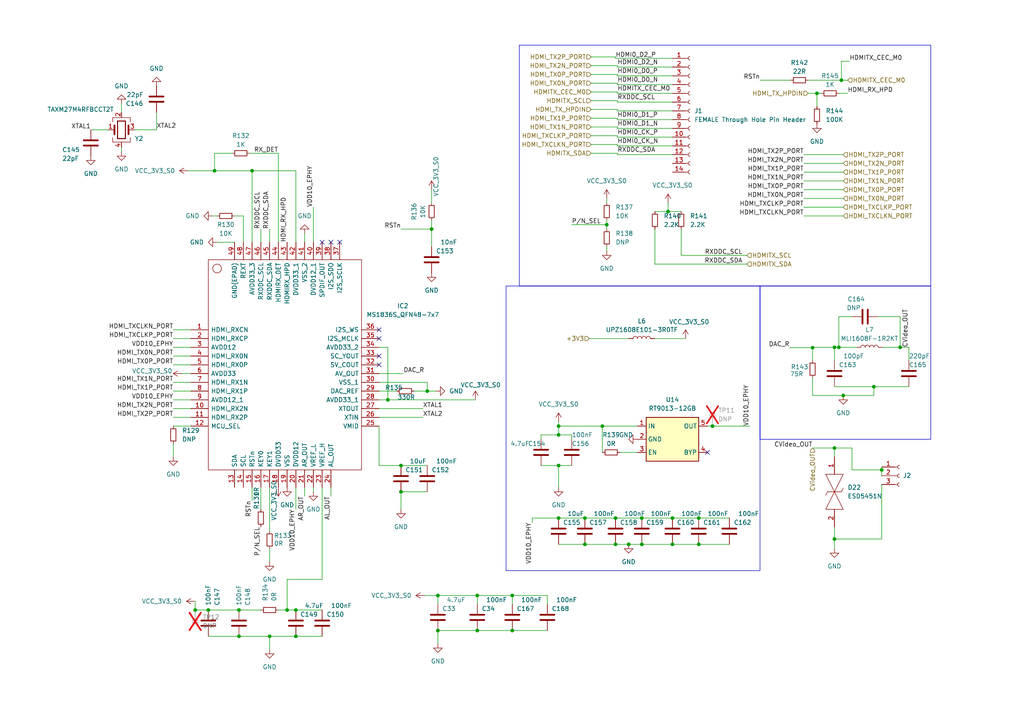
<source format=kicad_sch>
(kicad_sch (version 20231120) (generator "eeschema") (generator_version "8.0")
  (paper "A4")
  (junction (at 253.4574 112.1637))
  (junction (at 127 172.72))
  (junction (at 116.2974 142.6437))
  (junction (at 202.6574 157.8837))
  (junction (at 169.6374 150.2637))
  (junction (at 175.9874 65.1737))
  (junction (at 244.0487 23.2637))
  (junction (at 123.9174 113.4337))
  (junction (at 206.6461 123.5937))
  (junction (at 73.1174 49.53))
  (junction (at 261.0774 100.7337))
  (junction (at 195.0374 157.8837))
  (junction (at 148.59 172.72))
  (junction (at 235.6774 100.8488))
  (junction (at 186.1474 150.2637))
  (junction (at 125.1874 66.4437))
  (junction (at 178.5274 157.8837))
  (junction (at 202.6574 150.2637))
  (junction (at 138.43 172.72))
  (junction (at 148.59 182.88))
  (junction (at 60.4174 176.9337))
  (junction (at 138.43 182.88))
  (junction (at 178.5274 150.2637))
  (junction (at 242.0274 156.3403))
  (junction (at 255.7436 136.2937))
  (junction (at 186.1474 157.8837))
  (junction (at 83.2774 176.9337))
  (junction (at 127 182.88))
  (junction (at 162.0174 126.1337))
  (junction (at 85.8174 184.5537))
  (junction (at 169.6374 157.8837))
  (junction (at 69.3074 184.5537))
  (junction (at 162.0174 123.5937))
  (junction (at 244.5674 114.7037))
  (junction (at 242.0274 129.9437))
  (junction (at 243.2974 100.7337))
  (junction (at 78.1974 184.5537))
  (junction (at 112.4874 115.9737))
  (junction (at 236.9474 27.0737))
  (junction (at 162.0174 150.2637))
  (junction (at 56.6074 176.9337))
  (junction (at 242.0274 100.7337))
  (junction (at 62.23 49.53))
  (junction (at 193.7674 61.3637))
  (junction (at 162.0174 135.0237))
  (junction (at 174.7174 123.5937))
  (junction (at 85.8174 176.9337))
  (junction (at 116.2974 135.0237))
  (junction (at 69.3074 176.9337))
  (junction (at 182.3374 157.8837))
  (junction (at 195.0374 150.2637))
  (no_connect (at 109.9474 98.1937))
  (no_connect (at 98.5174 70.2537))
  (no_connect (at 205.1974 131.2137))
  (no_connect (at 109.9474 95.6537))
  (no_connect (at 109.9474 105.8137))
  (no_connect (at 109.9474 103.2737))
  (no_connect (at 95.9774 70.2537))
  (no_connect (at 93.4374 70.2537))
  (wire (pts (xy 169.6374 157.8837) (xy 178.5274 157.8837)))
  (wire (pts (xy 50.2574 118.5137) (xy 55.3374 118.5137)))
  (wire (pts (xy 195.0374 32.1537) (xy 179.07 32.1537)))
  (wire (pts (xy 138.43 182.88) (xy 127 182.88)))
  (wire (pts (xy 195.0374 29.6137) (xy 179.07 29.6137)))
  (wire (pts (xy 233.1374 57.5537) (xy 244.5674 57.5537)))
  (wire (pts (xy 148.59 172.72) (xy 138.43 172.72)))
  (wire (pts (xy 244.0487 23.2637) (xy 245.8374 23.2637)))
  (wire (pts (xy 169.6374 150.2637) (xy 178.5274 150.2637)))
  (wire (pts (xy 195.0374 42.3137) (xy 179.07 42.3137)))
  (wire (pts (xy 235.6774 114.7037) (xy 235.6774 109.6237)))
  (wire (pts (xy 122.6474 121.0537) (xy 109.9474 121.0537)))
  (wire (pts (xy 174.7174 123.5937) (xy 174.7174 131.2137)))
  (wire (pts (xy 158.75 175.26) (xy 158.75 172.72)))
  (wire (pts (xy 137.8874 115.9737) (xy 112.4874 115.9737)))
  (wire (pts (xy 61.6874 62.6337) (xy 62.9574 62.6337)))
  (wire (pts (xy 179.7974 131.2137) (xy 184.8774 131.2137)))
  (wire (pts (xy 175.9874 65.1737) (xy 175.9874 63.9037)))
  (wire (pts (xy 126.4574 113.4337) (xy 123.9174 113.4337)))
  (wire (pts (xy 120.1074 113.4337) (xy 123.9174 113.4337)))
  (wire (pts (xy 85.8174 176.9337) (xy 83.2774 176.9337)))
  (wire (pts (xy 156.9374 135.0237) (xy 162.0174 135.0237)))
  (wire (pts (xy 62.23 44.45) (xy 62.23 49.53)))
  (wire (pts (xy 39.045 37.6506) (xy 45.395 37.6506)))
  (wire (pts (xy 165.8274 65.1737) (xy 175.9874 65.1737)))
  (wire (pts (xy 179.07 21.9937) (xy 179.07 21.59)))
  (wire (pts (xy 75.6574 147.7237) (xy 75.6574 141.3737)))
  (wire (pts (xy 179.07 37.2337) (xy 179.07 36.83)))
  (wire (pts (xy 209.55 123.5971) (xy 209.55 123.5937)))
  (wire (pts (xy 148.59 182.88) (xy 138.43 182.88)))
  (wire (pts (xy 263.6174 100.7337) (xy 263.6174 104.5437)))
  (wire (pts (xy 109.9474 100.7337) (xy 112.4874 100.7337)))
  (wire (pts (xy 60.4174 176.9337) (xy 56.6074 176.9337)))
  (wire (pts (xy 88.3574 67.7137) (xy 88.3574 70.2537)))
  (wire (pts (xy 235.6774 129.9437) (xy 242.0274 129.9437)))
  (wire (pts (xy 50.2574 113.4337) (xy 55.3374 113.4337)))
  (wire (pts (xy 235.6774 104.5437) (xy 235.6774 100.8488)))
  (wire (pts (xy 195.0374 19.4537) (xy 179.07 19.4537)))
  (wire (pts (xy 83.2774 176.9337) (xy 80.7374 176.9337)))
  (wire (pts (xy 255.7436 136.2937) (xy 255.7436 137.9873)))
  (wire (pts (xy 193.7674 61.3637) (xy 197.5774 61.3637)))
  (wire (pts (xy 243.2974 91.8437) (xy 243.2974 100.7337)))
  (wire (pts (xy 195.0374 24.5337) (xy 179.07 24.5337)))
  (wire (pts (xy 202.6574 150.2637) (xy 211.5474 150.2637)))
  (wire (pts (xy 116.2974 142.6437) (xy 123.9174 142.6437)))
  (wire (pts (xy 69.3074 184.5537) (xy 78.1974 184.5537)))
  (wire (pts (xy 69.3074 176.9337) (xy 60.4174 176.9337)))
  (wire (pts (xy 244.5674 114.7037) (xy 253.4574 114.7037)))
  (wire (pts (xy 116.2974 147.7237) (xy 116.2974 142.6437)))
  (wire (pts (xy 156.9374 126.1337) (xy 162.0174 126.1337)))
  (wire (pts (xy 112.4874 115.9737) (xy 109.9474 115.9737)))
  (wire (pts (xy 138.43 172.72) (xy 127 172.72)))
  (wire (pts (xy 50.2574 95.6537) (xy 55.3374 95.6537)))
  (wire (pts (xy 70.5774 62.6337) (xy 68.0374 62.6337)))
  (wire (pts (xy 233.1374 49.9337) (xy 244.5674 49.9337)))
  (wire (pts (xy 247.1074 136.2937) (xy 247.1074 129.9437)))
  (wire (pts (xy 62.23 49.53) (xy 73.1174 49.53)))
  (wire (pts (xy 162.0174 126.1337) (xy 165.8274 126.1337)))
  (wire (pts (xy 193.7674 58.8237) (xy 193.7674 61.3637)))
  (wire (pts (xy 138.43 175.26) (xy 138.43 172.72)))
  (wire (pts (xy 233.1374 62.6337) (xy 244.5674 62.6337)))
  (wire (pts (xy 246.38 17.78) (xy 244.0487 17.78)))
  (wire (pts (xy 171.45 21.59) (xy 179.07 21.59)))
  (wire (pts (xy 50.2574 123.5937) (xy 55.3374 123.5937)))
  (wire (pts (xy 179.07 19.4537) (xy 179.07 19.05)))
  (wire (pts (xy 50.2574 100.7337) (xy 55.3374 100.7337)))
  (wire (pts (xy 165.8274 126.1337) (xy 165.8274 127.4037)))
  (wire (pts (xy 50.2574 121.0537) (xy 55.3374 121.0537)))
  (wire (pts (xy 45.395 32.5706) (xy 45.395 37.6506)))
  (wire (pts (xy 255.7436 140.5273) (xy 255.7436 156.3403)))
  (wire (pts (xy 123.9174 110.8937) (xy 123.9174 113.4337)))
  (wire (pts (xy 125.1874 71.5237) (xy 125.1874 66.4437)))
  (wire (pts (xy 255.9974 100.7337) (xy 261.0774 100.7337)))
  (wire (pts (xy 186.1474 150.2637) (xy 195.0374 150.2637)))
  (wire (pts (xy 85.8174 184.5537) (xy 93.4374 184.5537)))
  (wire (pts (xy 50.2574 115.9737) (xy 55.3374 115.9737)))
  (wire (pts (xy 195.0374 39.7737) (xy 179.07 39.7737)))
  (wire (pts (xy 75.6574 66.4437) (xy 75.6574 70.2537)))
  (wire (pts (xy 174.7174 123.5937) (xy 184.8774 123.5937)))
  (wire (pts (xy 243.2974 100.7337) (xy 242.0274 100.7337)))
  (wire (pts (xy 195.0374 21.9937) (xy 179.07 21.9937)))
  (wire (pts (xy 179.07 27.0737) (xy 179.07 26.67)))
  (wire (pts (xy 78.1974 66.4437) (xy 78.1974 70.2537)))
  (wire (pts (xy 112.4874 100.7337) (xy 112.4874 115.9737)))
  (wire (pts (xy 162.0174 157.8837) (xy 169.6374 157.8837)))
  (wire (pts (xy 261.0774 91.8437) (xy 254.7274 91.8437)))
  (wire (pts (xy 242.0274 152.8037) (xy 242.0274 156.3403)))
  (wire (pts (xy 35.235 30.0306) (xy 35.235 32.5706)))
  (wire (pts (xy 78.1974 159.1537) (xy 78.1974 162.9637)))
  (wire (pts (xy 171.45 19.05) (xy 179.07 19.05)))
  (wire (pts (xy 178.5274 157.8837) (xy 182.3374 157.8837)))
  (wire (pts (xy 122.6474 118.5137) (xy 109.9474 118.5137)))
  (wire (pts (xy 90.8974 60.0937) (xy 90.8974 70.2537)))
  (wire (pts (xy 255.7436 135.4473) (xy 255.7436 136.2937)))
  (wire (pts (xy 62.23 44.45) (xy 67.31 44.45)))
  (wire (pts (xy 195.0374 150.2637) (xy 202.6574 150.2637)))
  (wire (pts (xy 236.9474 27.0737) (xy 238.2174 27.0737)))
  (wire (pts (xy 154.3974 151.5337) (xy 154.3974 150.2637)))
  (wire (pts (xy 162.0174 122.3237) (xy 162.0174 123.5937)))
  (wire (pts (xy 253.4574 112.1637) (xy 253.4574 114.7037)))
  (wire (pts (xy 156.9374 127.4037) (xy 156.9374 126.1337)))
  (wire (pts (xy 78.1974 154.0737) (xy 78.1974 141.3737)))
  (wire (pts (xy 78.1974 184.5537) (xy 85.8174 184.5537)))
  (wire (pts (xy 115.0274 113.4337) (xy 109.9474 113.4337)))
  (wire (pts (xy 88.3574 143.9137) (xy 88.3574 141.3737)))
  (wire (pts (xy 171.45 16.51) (xy 178.5274 16.51)))
  (wire (pts (xy 162.0174 123.5937) (xy 174.7174 123.5937)))
  (wire (pts (xy 72.39 44.45) (xy 80.7374 44.45)))
  (wire (pts (xy 62.23 49.53) (xy 54.61 49.53)))
  (wire (pts (xy 123.19 172.72) (xy 127 172.72)))
  (wire (pts (xy 233.1374 52.4737) (xy 244.5674 52.4737)))
  (wire (pts (xy 247.1074 136.2937) (xy 255.7436 136.2937)))
  (wire (pts (xy 261.0774 100.7337) (xy 263.6174 100.7337)))
  (wire (pts (xy 50.2574 98.1937) (xy 55.3374 98.1937)))
  (wire (pts (xy 234.4074 27.0737) (xy 236.9474 27.0737)))
  (wire (pts (xy 171.45 26.67) (xy 179.07 26.67)))
  (wire (pts (xy 93.4374 141.3737) (xy 93.4374 168.0437)))
  (wire (pts (xy 209.55 123.5937) (xy 206.6461 123.5937)))
  (wire (pts (xy 202.6574 157.8837) (xy 211.5474 157.8837)))
  (wire (pts (xy 242.0274 156.3403) (xy 242.0274 159.1537)))
  (wire (pts (xy 189.9574 61.3637) (xy 193.7674 61.3637)))
  (wire (pts (xy 93.4374 168.0437) (xy 83.2774 168.0437)))
  (wire (pts (xy 117.0066 108.3625) (xy 115.824 108.3625)))
  (wire (pts (xy 127 172.72) (xy 127 175.26)))
  (wire (pts (xy 242.0274 112.1637) (xy 253.4574 112.1637)))
  (wire (pts (xy 179.07 44.8537) (xy 179.07 44.45)))
  (wire (pts (xy 123.9174 135.0237) (xy 116.2974 135.0237)))
  (wire (pts (xy 248.3774 100.7337) (xy 243.2974 100.7337)))
  (wire (pts (xy 70.5774 62.6337) (xy 70.5774 70.2537)))
  (wire (pts (xy 242.0274 129.9437) (xy 242.0274 132.4837)))
  (wire (pts (xy 171.45 36.83) (xy 179.07 36.83)))
  (wire (pts (xy 178.5274 150.2637) (xy 186.1474 150.2637)))
  (wire (pts (xy 50.2574 103.2737) (xy 55.3374 103.2737)))
  (wire (pts (xy 83.2774 168.0437) (xy 83.2774 176.9337)))
  (wire (pts (xy 179.07 34.6937) (xy 179.07 34.29)))
  (wire (pts (xy 50.2574 132.4837) (xy 50.2574 128.6737)))
  (wire (pts (xy 171.45 31.75) (xy 179.07 31.75)))
  (wire (pts (xy 189.9574 76.6037) (xy 216.6274 76.6037)))
  (wire (pts (xy 170.9074 98.1937) (xy 182.3374 98.1937)))
  (wire (pts (xy 85.8174 49.53) (xy 85.8174 70.2537)))
  (wire (pts (xy 171.45 44.45) (xy 179.07 44.45)))
  (wire (pts (xy 195.0374 157.8837) (xy 202.6574 157.8837)))
  (wire (pts (xy 247.1074 129.9437) (xy 242.0274 129.9437)))
  (wire (pts (xy 236.9474 30.8837) (xy 236.9474 27.0737)))
  (wire (pts (xy 95.9774 143.9137) (xy 95.9774 141.3737)))
  (wire (pts (xy 175.9874 72.7937) (xy 175.9874 71.5237)))
  (wire (pts (xy 62.9574 70.2537) (xy 68.0374 70.2537)))
  (wire (pts (xy 179.07 42.3137) (xy 179.07 41.91)))
  (wire (pts (xy 195.0374 34.6937) (xy 179.07 34.6937)))
  (wire (pts (xy 234.4074 23.2637) (xy 244.0487 23.2637)))
  (wire (pts (xy 73.1174 49.53) (xy 73.1174 70.2537)))
  (wire (pts (xy 148.59 175.26) (xy 148.59 172.72)))
  (wire (pts (xy 171.45 34.29) (xy 179.07 34.29)))
  (wire (pts (xy 26.345 37.6506) (xy 31.425 37.6506)))
  (wire (pts (xy 115.824 108.3625) (xy 115.824 108.3537)))
  (wire (pts (xy 115.824 108.3537) (xy 109.9474 108.3537)))
  (wire (pts (xy 197.5774 74.0637) (xy 216.6274 74.0637)))
  (wire (pts (xy 189.9574 66.4437) (xy 189.9574 76.6037)))
  (wire (pts (xy 235.6774 100.7337) (xy 242.0274 100.7337)))
  (wire (pts (xy 35.235 44.0006) (xy 35.235 42.7306)))
  (wire (pts (xy 261.0774 91.8437) (xy 261.0774 100.7337)))
  (wire (pts (xy 158.75 172.72) (xy 148.59 172.72)))
  (wire (pts (xy 75.6574 176.9337) (xy 69.3074 176.9337)))
  (wire (pts (xy 233.1374 47.3937) (xy 244.5674 47.3937)))
  (wire (pts (xy 56.6074 176.9337) (xy 56.6074 174.3937)))
  (wire (pts (xy 243.2974 91.8437) (xy 247.1074 91.8437)))
  (wire (pts (xy 233.1374 55.0137) (xy 244.5674 55.0137)))
  (wire (pts (xy 233.1374 60.0937) (xy 244.5674 60.0937)))
  (wire (pts (xy 125.1874 66.4437) (xy 125.1874 63.9037)))
  (wire (pts (xy 206.6461 123.5937) (xy 205.1974 123.5937)))
  (wire (pts (xy 195.0374 37.2337) (xy 179.07 37.2337)))
  (wire (pts (xy 171.45 29.21) (xy 179.07 29.21)))
  (wire (pts (xy 109.9474 110.8937) (xy 123.9174 110.8937)))
  (wire (pts (xy 242.0274 156.3403) (xy 255.7436 156.3403)))
  (wire (pts (xy 197.5774 66.4437) (xy 197.5774 74.0637)))
  (wire (pts (xy 235.6774 100.8488) (xy 235.6774 100.7337)))
  (wire (pts (xy 175.9874 58.8237) (xy 175.9874 57.5537)))
  (wire (pts (xy 195.0374 27.0737) (xy 179.07 27.0737)))
  (wire (pts (xy 90.8974 142.6437) (xy 90.8974 141.3737)))
  (wire (pts (xy 179.07 29.6137) (xy 179.07 29.21)))
  (wire (pts (xy 178.5274 16.9137) (xy 195.0374 16.9137)))
  (wire (pts (xy 116.2974 66.4437) (xy 125.1874 66.4437)))
  (wire (pts (xy 80.7374 44.45) (xy 80.7374 70.2537)))
  (wire (pts (xy 60.4174 184.5537) (xy 69.3074 184.5537)))
  (wire (pts (xy 179.07 39.7737) (xy 179.07 39.37)))
  (wire (pts (xy 78.1974 188.3637) (xy 78.1974 184.5537)))
  (wire (pts (xy 162.0174 135.0237) (xy 165.8274 135.0237)))
  (wire (pts (xy 171.45 39.37) (xy 179.07 39.37)))
  (wire (pts (xy 116.2974 135.0237) (xy 109.9474 135.0237)))
  (wire (pts (xy 109.9474 135.0237) (xy 109.9474 123.5937)))
  (wire (pts (xy 73.1174 49.53) (xy 85.8174 49.53)))
  (wire (pts (xy 195.0374 44.8537) (xy 179.07 44.8537)))
  (wire (pts (xy 182.3374 157.8837) (xy 186.1474 157.8837)))
  (wire (pts (xy 93.4374 176.9337) (xy 85.8174 176.9337)))
  (wire (pts (xy 189.9574 98.1937) (xy 198.8474 98.1937)))
  (wire (pts (xy 242.0274 100.7337) (xy 242.0274 104.5437)))
  (wire (pts (xy 50.2574 105.8137) (xy 55.3374 105.8137)))
  (wire (pts (xy 158.75 182.88) (xy 148.59 182.88)))
  (wire (pts (xy 162.0174 123.5937) (xy 162.0174 126.1337)))
  (wire (pts (xy 178.5274 16.51) (xy 178.5274 16.9137)))
  (wire (pts (xy 243.2974 27.0737) (xy 245.8374 27.0737)))
  (wire (pts (xy 73.1174 145.1837) (xy 73.1174 141.3737)))
  (wire (pts (xy 186.1474 157.8837) (xy 195.0374 157.8837)))
  (wire (pts (xy 233.1374 44.8537) (xy 244.5674 44.8537)))
  (wire (pts (xy 50.2574 110.8937) (xy 55.3374 110.8937)))
  (wire (pts (xy 175.9874 66.4437) (xy 175.9874 65.1737)))
  (wire (pts (xy 125.1874 58.8237) (xy 125.1874 55.0137)))
  (wire (pts (xy 52.7974 108.3537) (xy 55.3374 108.3537)))
  (wire (pts (xy 162.0174 135.0237) (xy 162.0174 141.3737)))
  (wire (pts (xy 171.45 41.91) (xy 179.07 41.91)))
  (wire (pts (xy 179.07 32.1537) (xy 179.07 31.75)))
  (wire (pts (xy 85.8174 147.7237) (xy 85.8174 141.3737)))
  (wire (pts (xy 253.4574 112.1637) (xy 263.6174 112.1637)))
  (wire (pts (xy 244.0487 17.78) (xy 244.0487 23.2637)))
  (wire (pts (xy 235.6774 114.7037) (xy 244.5674 114.7037)))
  (wire (pts (xy 220.4374 23.2637) (xy 229.3274 23.2637)))
  (wire (pts (xy 127 182.88) (xy 127 186.69)))
  (wire (pts (xy 171.45 24.13) (xy 179.07 24.13)))
  (wire (pts (xy 179.07 24.5337) (xy 179.07 24.13)))
  (wire (pts (xy 235.6774 100.8488) (xy 229.0122 100.8488)))
  (wire (pts (xy 217.4517 123.5971) (xy 209.55 123.5971)))
  (wire (pts (xy 162.0174 150.2637) (xy 169.6374 150.2637)))
  (wire (pts (xy 154.3974 150.2637) (xy 162.0174 150.2637)))
  (rectangle (start 146.7774 82.9537) (end 220.4374 165.5037))
  (rectangle (start 220.4374 82.9537) (end 269.9674 127.4037))
  (rectangle (start 150.622 13.1037) (end 269.9674 82.9537))
  (label "CVideo_OUT" (at 263.6174 100.7337 90))
  (label "HDMI0_CK_N" (at 179.07 41.91 0))
  (label "P{slash}N_SEL" (at 75.6574 152.8037 270))
  (label "XTAL1" (at 26.345 37.6506 180))
  (label "HDMI_TXCLKP_PORT" (at 233.1374 60.0937 180))
  (label "HDMI0_D1_P" (at 179.07 34.29 0))
  (label "HDMI_TXCLKP_PORT" (at 50.2574 98.1937 180))
  (label "HDMITX_CEC_M0" (at 179.07 26.67 0))
  (label "HDMI_TX1P_PORT" (at 50.2574 113.4337 180))
  (label "RSTn" (at 73.1174 145.1837 270))
  (label "HDMI0_D1_N" (at 179.07 36.83 0))
  (label "DAC_R" (at 117.0066 108.3625 0))
  (label "P{slash}N_SEL" (at 165.8274 65.1737 0))
  (label "RXDDC_SDA" (at 179.07 44.45 0))
  (label "RXDDC_SCL" (at 215.3574 74.0637 180))
  (label "HDMI_TX1P_PORT" (at 233.1374 49.9337 180))
  (label "HDMI0_D2_P" (at 178.5274 16.9137 0))
  (label "VDD10_EPHY" (at 85.8174 147.7237 270))
  (label "AL_OUT" (at 95.9774 143.9137 270))
  (label "RSTn" (at 220.4374 23.2637 180))
  (label "HDMI_TX0P_PORT" (at 50.2574 105.8137 180))
  (label "HDMITX_CEC_M0" (at 246.38 17.78 0))
  (label "HDMI0_D2_N" (at 179.07 19.05 0))
  (label "VDD10_EPHY" (at 50.2574 115.9737 180))
  (label "HDMI_TX2N_PORT" (at 233.1374 47.3937 180))
  (label "HDMI0_D0_N" (at 179.07 24.13 0))
  (label "VDD10_EPHY" (at 217.4517 123.5971 90))
  (label "CVideo_OUT" (at 235.6774 129.9437 180))
  (label "HDMI_TX1N_PORT" (at 50.2574 110.8937 180))
  (label "HDMI_TX1N_PORT" (at 233.1374 52.4737 180))
  (label "HDMI_TX0N_PORT" (at 50.2574 103.2737 180))
  (label "HDMI_TX0N_PORT" (at 233.1374 57.5537 180))
  (label "VDD10_EPHY" (at 154.3974 151.5337 270))
  (label "HDMI0_CK_P" (at 179.07 39.37 0))
  (label "HDMI_TX2N_PORT" (at 50.2574 118.5137 180))
  (label "RXDDC_SDA" (at 215.3574 76.6037 180))
  (label "HDMI_TXCLKN_PORT" (at 50.2574 95.6537 180))
  (label "RSTn" (at 116.2974 66.4437 180))
  (label "RXDDC_SDA" (at 78.1974 66.4437 90))
  (label "VDD10_EPHY" (at 90.8974 60.0937 90))
  (label "XTAL2" (at 122.6474 121.0537 0))
  (label "XTAL1" (at 122.6474 118.5137 0))
  (label "HDMI0_D0_P" (at 179.07 21.59 0))
  (label "XTAL2" (at 45.395 37.4969 0))
  (label "HDMI_RX_HPD" (at 245.8374 27.0737 0))
  (label "DAC_R" (at 229.0122 100.8488 180))
  (label "RX_DET" (at 73.66 44.45 0))
  (label "HDMI_RX_HPD" (at 83.2774 70.2537 90))
  (label "HDMI_TX2P_PORT" (at 50.2574 121.0537 180))
  (label "AR_OUT" (at 88.3574 143.9137 270))
  (label "HDMI_TX2P_PORT" (at 233.1374 44.8537 180))
  (label "HDMI_TXCLKN_PORT" (at 233.1374 62.6337 180))
  (label "RXDDC_SCL" (at 179.07 29.21 0))
  (label "VDD10_EPHY" (at 50.2574 100.7337 180))
  (label "HDMI_TX0P_PORT" (at 233.1374 55.0137 180))
  (label "RXDDC_SCL" (at 75.6574 66.4437 90))
  (hierarchical_label "HDMI_TX2N_PORT" (shape input) (at 171.45 19.05 180))
  (hierarchical_label "HDMI_TX1N_PORT" (shape input) (at 171.45 36.83 180))
  (hierarchical_label "HDMI_TX0P_PORT" (shape input) (at 244.5674 55.0137 0))
  (hierarchical_label "HDMITX_CEC_M0" (shape input) (at 245.8374 23.2637 0))
  (hierarchical_label "HDMI_TX1P_PORT" (shape input) (at 244.5674 49.9337 0))
  (hierarchical_label "HDMI_TX1P_PORT" (shape input) (at 171.45 34.29 180))
  (hierarchical_label "+3V3" (shape input) (at 170.9074 98.1937 180))
  (hierarchical_label "HDMITX_CEC_M0" (shape input) (at 171.45 26.67 180))
  (hierarchical_label "HDMI_TX0P_PORT" (shape input) (at 171.45 21.59 180))
  (hierarchical_label "HDMITX_SCL" (shape input) (at 171.45 29.21 180))
  (hierarchical_label "HDMI_TXCLKN_PORT" (shape input) (at 171.45 41.91 180))
  (hierarchical_label "HDMITX_SDA" (shape input) (at 171.45 44.45 180))
  (hierarchical_label "HDMI_TXCLKN_PORT" (shape input) (at 244.5674 62.6337 0))
  (hierarchical_label "HDMITX_SDA" (shape input) (at 216.6274 76.6037 0))
  (hierarchical_label "HDMI_TX2P_PORT" (shape input) (at 244.5674 44.8537 0))
  (hierarchical_label "HDMI_TXCLKP_PORT" (shape input) (at 171.45 39.37 180))
  (hierarchical_label "HDMI_TX0N_PORT" (shape input) (at 171.45 24.13 180))
  (hierarchical_label "HDMI_TX_HPDIN" (shape input) (at 234.4074 27.0737 180))
  (hierarchical_label "HDMI_TX1N_PORT" (shape input) (at 244.5674 52.4737 0))
  (hierarchical_label "HDMI_TX0N_PORT" (shape input) (at 244.5674 57.5537 0))
  (hierarchical_label "HDMITX_SCL" (shape input) (at 216.6274 74.0637 0))
  (hierarchical_label "HDMI_TX_HPDIN" (shape input) (at 171.45 31.75 180))
  (hierarchical_label "HDMI_TXCLKP_PORT" (shape input) (at 244.5674 60.0937 0))
  (hierarchical_label "HDMI_TX2P_PORT" (shape input) (at 171.45 16.51 180))
  (hierarchical_label "HDMI_TX2N_PORT" (shape input) (at 244.5674 47.3937 0))
  (hierarchical_label "CVideo_OUT" (shape input) (at 235.6774 129.9437 270))
  (symbol (lib_id "power:GND") (at 236.9474 35.9637 0) (unit 1)
    (property "Reference" "#PWR0188" (effects (hide yes)))
    (property "Value" "GND" (at 236.9474 41.0437 0))
    (property "Description" "Power symbol creates a global label with name \"GND\" , ground" (effects (hide yes)))
    (instances (project "MXVR_3566" (path "" (reference "#PWR0188") (unit 1))) (project "HDMI_CVBS" (path "" (reference "#PWR087") (unit 1))) (project "HDMI_CVBS" (path "" (reference "#PWR08") (unit 1))))
  )
  (symbol (lib_id "Device:R_Small") (at 236.9474 33.4237 0) (unit 1)
    (property "Reference" "R144" (at 239.4874 32.1537 0) (effects (justify left)))
    (property "Value" "100K" (at 239.4874 34.6937 0) (effects (justify left)))
    (property "Footprint" "Resistor_SMD:R_0603_1608Metric" (effects (hide yes)))
    (property "Description" "Resistor, small symbol" (effects (hide yes)))
    (property "MPN" "0603WAF1003T5E" (effects (hide yes)))
    (instances (project "MXVR_3566" (path "" (reference "R144") (unit 1))) (project "HDMI_CVBS" (path "" (reference "R50") (unit 1))) (project "HDMI_CVBS" (path "" (reference "R7") (unit 1))))
  )
  (symbol (lib_id "Device:R_Small") (at 240.7574 27.0737 270) (unit 1)
    (property "Reference" "R145" (at 240.7574 21.9937 90))
    (property "Value" "1K" (at 240.7574 24.5337 90))
    (property "Footprint" "Resistor_SMD:R_0603_1608Metric" (effects (hide yes)))
    (property "Description" "Resistor, small symbol" (effects (hide yes)))
    (property "MPN" "0603WAF1001T5E" (effects (hide yes)))
    (instances (project "MXVR_3566" (path "" (reference "R145") (unit 1))) (project "HDMI_CVBS" (path "" (reference "R51") (unit 1))) (project "HDMI_CVBS" (path "" (reference "R6") (unit 1))))
  )
  (symbol (lib_id "Device:C") (at 165.8274 131.2137 0) (unit 1)
    (property "Reference" "C156" (at 165.8274 128.6737 0) (effects (justify left)))
    (property "Value" "100nF" (at 165.8274 126.1337 0) (effects (justify left)))
    (property "Footprint" "Capacitor_SMD:C_0603_1608Metric" (effects (hide yes)))
    (property "Description" "Unpolarized capacitor" (effects (hide yes)))
    (property "MPN" "0603B104K500NT" (effects (hide yes)))
    (instances (project "MXVR_3566" (path "" (reference "C156") (unit 1))) (project "HDMI_CVBS" (path "" (reference "C73") (unit 1))) (project "HDMI_CVBS" (path "" (reference "C4") (unit 1))))
  )
  (symbol (lib_id "power:GND") (at 244.5674 114.7037 0) (unit 1)
    (property "Reference" "#PWR0190" (effects (hide yes)))
    (property "Value" "GND" (at 244.5674 119.7837 0))
    (property "Description" "Power symbol creates a global label with name \"GND\" , ground" (effects (hide yes)))
    (instances (project "MXVR_3566" (path "" (reference "#PWR0190") (unit 1))) (project "HDMI_CVBS" (path "" (reference "#PWR089") (unit 1))) (project "HDMI_CVBS" (path "" (reference "#PWR015") (unit 1))))
  )
  (symbol (lib_id "Device:C") (at 156.9374 131.2137 0) (unit 1)
    (property "Reference" "C154" (at 153.1274 128.6737 0) (effects (justify left)))
    (property "Value" "4.7uF" (at 148.0474 128.6737 0) (effects (justify left)))
    (property "Footprint" "Capacitor_SMD:C_0603_1608Metric" (effects (hide yes)))
    (property "Description" "Unpolarized capacitor" (effects (hide yes)))
    (property "MPN" "CL10A475KO8NNNC" (effects (hide yes)))
    (instances (project "MXVR_3566" (path "" (reference "C154") (unit 1))) (project "HDMI_CVBS" (path "" (reference "C71") (unit 1))) (project "HDMI_CVBS" (path "" (reference "C3") (unit 1))))
  )
  (symbol (lib_id "power:GND") (at 126.4574 113.4337 90) (unit 1)
    (property "Reference" "#PWR0166" (effects (hide yes)))
    (property "Value" "GND" (at 130.2674 113.4337 90) (effects (justify right)))
    (property "Description" "Power symbol creates a global label with name \"GND\" , ground" (effects (hide yes)))
    (instances (project "MXVR_3566" (path "" (reference "#PWR0166") (unit 1))) (project "HDMI_CVBS" (path "" (reference "#PWR075") (unit 1))) (project "HDMI_CVBS" (path "" (reference "#PWR027") (unit 1))))
  )
  (symbol (lib_id "power:GND") (at 61.6874 62.6337 270) (unit 1)
    (property "Reference" "#PWR0150" (effects (hide yes)))
    (property "Value" "GND" (at 57.8774 62.6337 90) (effects (justify right)))
    (property "Description" "Power symbol creates a global label with name \"GND\" , ground" (effects (hide yes)))
    (instances (project "MXVR_3566" (path "" (reference "#PWR0150") (unit 1))) (project "HDMI_CVBS" (path "" (reference "#PWR064") (unit 1))) (project "HDMI_CVBS" (path "" (reference "#PWR032") (unit 1))))
  )
  (symbol (lib_id "Connector:Conn_01x03_Socket") (at 260.8236 137.9873 0) (unit 1)
    (property "Reference" "J2" (at 261.874 137.922 0) (effects (justify left)))
    (property "Value" "Phono RCA Jack Mono Connector Solder (Boktech advise)" (effects (hide yes)))
    (property "Footprint" "AV_CONNECTOR:AV_CON" (effects (hide yes)))
    (property "Description" "Generic connector, single row, 01x03, script generated" (effects (hide yes)))
    (property "MPN" "莲花座AV1-8.4-5A 黑色" (effects (hide yes)))
  )
  (symbol (lib_id "power:GND") (at 35.235 30.0306 180) (unit 1)
    (property "Reference" "#PWR07" (effects (hide yes)))
    (property "Value" "GND" (at 35.235 24.9506 0))
    (property "Description" "Power symbol creates a global label with name \"GND\" , ground" (effects (hide yes)))
    (instances (project "MXVR_3566" (path "" (reference "#PWR07") (unit 1))) (project "HDMI_CVBS" (path "" (reference "#PWR058") (unit 1))) (project "HDMI_CVBS" (path "" (reference "#PWR02") (unit 1))))
  )
  (symbol (lib_id "Device:R_Small") (at 69.85 44.45 90) (unit 1)
    (property "Reference" "R132" (at 69.85 39.37 90))
    (property "Value" "1K" (at 69.85 41.91 90))
    (property "Footprint" "Resistor_SMD:R_0603_1608Metric" (effects (hide yes)))
    (property "Description" "Resistor, small symbol" (effects (hide yes)))
    (property "MPN" "0603WAF1001T5E" (effects (hide yes)))
    (instances (project "MXVR_3566" (path "" (reference "R132") (unit 1))) (project "HDMI_CVBS" (path "" (reference "R38") (unit 1))) (project "HDMI_CVBS" (path "" (reference "R17") (unit 1))))
  )
  (symbol (lib_id "power:GND") (at 125.1874 79.1437 0) (unit 1)
    (property "Reference" "#PWR0165" (effects (hide yes)))
    (property "Value" "GND" (at 125.1874 84.2237 0))
    (property "Description" "Power symbol creates a global label with name \"GND\" , ground" (effects (hide yes)))
    (instances (project "MXVR_3566" (path "" (reference "#PWR0165") (unit 1))) (project "HDMI_CVBS" (path "" (reference "#PWR077") (unit 1))) (project "HDMI_CVBS" (path "" (reference "#PWR029") (unit 1))))
  )
  (symbol (lib_id "Device:R_Small") (at 197.5774 63.9037 180) (unit 1)
    (property "Reference" "R141" (at 200.1174 62.6337 0) (effects (justify right)))
    (property "Value" "2.2K" (at 200.1174 65.1737 0) (effects (justify right)))
    (property "Footprint" "Resistor_SMD:R_0603_1608Metric" (effects (hide yes)))
    (property "Description" "Resistor, small symbol" (effects (hide yes)))
    (property "MPN" "0603WAF2201T5E" (effects (hide yes)))
    (instances (project "MXVR_3566" (path "" (reference "R141") (unit 1))) (project "HDMI_CVBS" (path "" (reference "R47") (unit 1))) (project "HDMI_CVBS" (path "" (reference "R1") (unit 1))))
  )
  (symbol (lib_id "Device:R_Small") (at 50.2574 126.1337 180) (unit 1)
    (property "Reference" "R129" (at 52.7974 124.8637 0) (effects (justify right)))
    (property "Value" "DNP" (at 52.7974 127.4037 0) (effects (justify right)))
    (property "Footprint" "Resistor_SMD:R_0402_1005Metric" (effects (hide yes)))
    (property "Description" "Resistor, small symbol" (effects (hide yes)))
    (instances (project "MXVR_3566" (path "" (reference "R129") (unit 1))) (project "HDMI_CVBS" (path "" (reference "R35") (unit 1))) (project "HDMI_CVBS" (path "" (reference "R10") (unit 1))))
  )
  (symbol (lib_id "power:VCC") (at 54.61 49.53 90) (unit 1)
    (property "Reference" "#PWR0154" (effects (hide yes)))
    (property "Value" "VCC_3V3_S0" (at 50.8 49.53 90) (effects (justify left)))
    (property "Description" "Power symbol creates a global label with name \"VCC\"" (effects (hide yes)))
    (instances (project "MXVR_3566" (path "" (reference "#PWR0154") (unit 1))) (project "HDMI_CVBS" (path "" (reference "#PWR066") (unit 1))) (project "HDMI_CVBS" (path "" (reference "#PWR031") (unit 1))))
  )
  (symbol (lib_id "power:VCC") (at 162.0174 122.3237 0) (unit 1)
    (property "Reference" "#PWR0170" (effects (hide yes)))
    (property "Value" "VCC_3V3_S0" (at 162.0174 117.2437 0))
    (property "Description" "Power symbol creates a global label with name \"VCC\"" (effects (hide yes)))
    (instances (project "MXVR_3566" (path "" (reference "#PWR0170") (unit 1))) (project "HDMI_CVBS" (path "" (reference "#PWR078") (unit 1))) (project "HDMI_CVBS" (path "" (reference "#PWR011") (unit 1))))
  )
  (symbol (lib_id "power:VCC") (at 80.7374 141.3737 180) (unit 1)
    (property "Reference" "#PWR0157" (effects (hide yes)))
    (property "Value" "VCC_3V3_S0" (at 79.4674 145.1837 90))
    (property "Description" "Power symbol creates a global label with name \"VCC\"" (effects (hide yes)))
    (instances (project "MXVR_3566" (path "" (reference "#PWR0157") (unit 1))) (project "HDMI_CVBS" (path "" (reference "#PWR069") (unit 1))) (project "HDMI_CVBS" (path "" (reference "#PWR020") (unit 1))))
  )
  (symbol (lib_id "power:VCC") (at 198.8474 98.1937 0) (unit 1)
    (property "Reference" "#PWR0187" (effects (hide yes)))
    (property "Value" "VCC_3V3_S0" (at 194.0214 93.3677 0) (effects (justify left)))
    (property "Description" "Power symbol creates a global label with name \"VCC\"" (effects (hide yes)))
    (instances (project "MXVR_3566" (path "" (reference "#PWR0187") (unit 1))) (project "HDMI_CVBS" (path "" (reference "#PWR085") (unit 1))) (project "HDMI_CVBS" (path "" (reference "#PWR09") (unit 1))))
  )
  (symbol (lib_id "Device:C") (at 26.345 41.4606 0) (unit 1)
    (property "Reference" "C145" (at 18.034 43.434 0) (effects (justify left)))
    (property "Value" "22pF" (at 18.034 45.974 0) (effects (justify left)))
    (property "Footprint" "Capacitor_SMD:C_0603_1608Metric" (effects (hide yes)))
    (property "Description" "Unpolarized capacitor" (effects (hide yes)))
    (property "MPN" "CL10C220JB8NNNC" (effects (hide yes)))
    (instances (project "MXVR_3566" (path "" (reference "C145") (unit 1))) (project "HDMI_CVBS" (path "" (reference "C62") (unit 1))) (project "HDMI_CVBS" (path "" (reference "C1") (unit 1))))
  )
  (symbol (lib_id "Device:C") (at 178.5274 154.0737 0) (unit 1)
    (property "Reference" "C158" (at 179.7974 151.5337 0) (effects (justify left)))
    (property "Value" "100nF" (at 181.0674 148.9937 0) (effects (justify left)))
    (property "Footprint" "Capacitor_SMD:C_0603_1608Metric" (effects (hide yes)))
    (property "Description" "Unpolarized capacitor" (effects (hide yes)))
    (property "MPN" "0603B104K500NT" (effects (hide yes)))
    (instances (project "MXVR_3566" (path "" (reference "C158") (unit 1))) (project "HDMI_CVBS" (path "" (reference "C75") (unit 1))) (project "HDMI_CVBS" (path "" (reference "C7") (unit 1))))
  )
  (symbol (lib_id "Device:C") (at 127 179.07 0) (unit 1)
    (property "Reference" "C33" (at 128.27 176.53 0) (effects (justify left)))
    (property "Value" "4.7uF" (at 129.54 173.99 0) (effects (justify left)))
    (property "Footprint" "Capacitor_SMD:C_0603_1608Metric" (effects (hide yes)))
    (property "Description" "Unpolarized capacitor" (effects (hide yes)))
    (property "MPN" "CL10A475KO8NNNC" (effects (hide yes)))
    (instances (project "MXVR_3566" (path "" (reference "C33") (unit 1))) (project "HDMI_CVBS" (path "" (reference "C66") (unit 1))) (project "HDMI_CVBS" (path "" (reference "C18") (unit 1))))
  )
  (symbol (lib_id "power:GND") (at 90.8974 142.6437 0) (unit 1)
    (property "Reference" "#PWR0160" (effects (hide yes)))
    (property "Value" "GND" (at 90.8974 147.7237 0))
    (property "Description" "Power symbol creates a global label with name \"GND\" , ground" (effects (hide yes)))
    (instances (project "MXVR_3566" (path "" (reference "#PWR0160") (unit 1))) (project "HDMI_CVBS" (path "" (reference "#PWR072") (unit 1))) (project "HDMI_CVBS" (path "" (reference "#PWR022") (unit 1))))
  )
  (symbol (lib_id "power:VCC") (at 52.7974 108.3537 90) (unit 1)
    (property "Reference" "#PWR0140" (effects (hide yes)))
    (property "Value" "VCC_3V3_S0" (at 50.0034 107.5917 90) (effects (justify left)))
    (property "Description" "Power symbol creates a global label with name \"VCC\"" (effects (hide yes)))
    (instances (project "MXVR_3566" (path "" (reference "#PWR0140") (unit 1))) (project "HDMI_CVBS" (path "" (reference "#PWR062") (unit 1))) (project "HDMI_CVBS" (path "" (reference "#PWR017") (unit 1))))
  )
  (symbol (lib_id "power:GND") (at 62.9574 70.2537 270) (unit 1)
    (property "Reference" "#PWR0153" (effects (hide yes)))
    (property "Value" "GND" (at 59.1474 70.2537 90) (effects (justify right)))
    (property "Description" "Power symbol creates a global label with name \"GND\" , ground" (effects (hide yes)))
    (instances (project "MXVR_3566" (path "" (reference "#PWR0153") (unit 1))) (project "HDMI_CVBS" (path "" (reference "#PWR065") (unit 1))) (project "HDMI_CVBS" (path "" (reference "#PWR030") (unit 1))))
  )
  (symbol (lib_id "Device:R_Small") (at 231.8674 23.2637 270) (unit 1)
    (property "Reference" "R142" (at 231.8674 18.1837 90))
    (property "Value" "22R" (at 231.8674 20.7237 90))
    (property "Footprint" "Resistor_SMD:R_0603_1608Metric" (effects (hide yes)))
    (property "Description" "Resistor, small symbol" (effects (hide yes)))
    (property "MPN" "0603WAF220JT5E" (effects (hide yes)))
    (instances (project "MXVR_3566" (path "" (reference "R142") (unit 1))) (project "HDMI_CVBS" (path "" (reference "R48") (unit 1))) (project "HDMI_CVBS" (path "" (reference "R5") (unit 1))))
  )
  (symbol (lib_id "QFN481:MS1836S_QFN48-7x7") (at 60.4174 95.6537 0) (unit 1)
    (property "Reference" "IC2" (at 116.84 88.7255 0))
    (property "Value" "MS1836S_QFN48-7x7" (at 116.84 91.2655 0))
    (property "Footprint" "Package_DFN_QFN:QFN-48-1EP_7x7mm_P0.5mm_EP5.6x5.6mm" (effects (hide yes)))
    (property "MPN" "MS1836S" (effects (hide yes)))
    (instances (project "MXVR_3566" (path "" (reference "IC2") (unit 1))) (project "HDMI_CVBS" (path "" (reference "IC2") (unit 1))) (project "HDMI_CVBS" (path "" (reference "IC1") (unit 1))))
  )
  (symbol (lib_id "Device:C") (at 202.6574 154.0737 0) (unit 1)
    (property "Reference" "C161" (at 203.9274 151.5337 0) (effects (justify left)))
    (property "Value" "100nF" (at 205.1974 148.9937 0) (effects (justify left)))
    (property "Footprint" "Capacitor_SMD:C_0603_1608Metric" (effects (hide yes)))
    (property "Description" "Unpolarized capacitor" (effects (hide yes)))
    (property "MPN" "0603B104K500NT" (effects (hide yes)))
    (instances (project "MXVR_3566" (path "" (reference "C161") (unit 1))) (project "HDMI_CVBS" (path "" (reference "C78") (unit 1))) (project "HDMI_CVBS" (path "" (reference "C10") (unit 1))))
  )
  (symbol (lib_id "power:VCC") (at 193.7674 58.8237 0) (unit 1)
    (property "Reference" "#PWR0186" (effects (hide yes)))
    (property "Value" "VCC_3V3_S0" (at 195.0374 53.7437 0))
    (property "Description" "Power symbol creates a global label with name \"VCC\"" (effects (hide yes)))
    (instances (project "MXVR_3566" (path "" (reference "#PWR0186") (unit 1))) (project "HDMI_CVBS" (path "" (reference "#PWR086") (unit 1))) (project "HDMI_CVBS" (path "" (reference "#PWR05") (unit 1))))
  )
  (symbol (lib_id "Device:C") (at 69.3074 180.7437 0) (unit 1)
    (property "Reference" "C148" (at 71.8474 175.6637 90) (effects (justify left)))
    (property "Value" "100nF" (at 69.3074 175.6637 90) (effects (justify left)))
    (property "Footprint" "Capacitor_SMD:C_0603_1608Metric" (effects (hide yes)))
    (property "Description" "Unpolarized capacitor" (effects (hide yes)))
    (property "MPN" "0603B104K500NT" (effects (hide yes)))
    (instances (project "MXVR_3566" (path "" (reference "C148") (unit 1))) (project "HDMI_CVBS" (path "" (reference "C65") (unit 1))) (project "HDMI_CVBS" (path "" (reference "C16") (unit 1))))
  )
  (symbol (lib_id "Device:C") (at 123.9174 138.8337 0) (unit 1)
    (property "Reference" "C152" (at 125.1874 136.2937 0) (effects (justify left)))
    (property "Value" "100nF" (at 126.4574 133.7537 0) (effects (justify left)))
    (property "Footprint" "Capacitor_SMD:C_0603_1608Metric" (effects (hide yes)))
    (property "Description" "Unpolarized capacitor" (effects (hide yes)))
    (property "MPN" "0603B104K500NT" (effects (hide yes)))
    (instances (project "MXVR_3566" (path "" (reference "C152") (unit 1))) (project "HDMI_CVBS" (path "" (reference "C69") (unit 1))) (project "HDMI_CVBS" (path "" (reference "C20") (unit 1))))
  )
  (symbol (lib_id "power:GND") (at 162.0174 141.3737 0) (unit 1)
    (property "Reference" "#PWR0171" (effects (hide yes)))
    (property "Value" "GND" (at 162.0174 146.4537 0))
    (property "Description" "Power symbol creates a global label with name \"GND\" , ground" (effects (hide yes)))
    (instances (project "MXVR_3566" (path "" (reference "#PWR0171") (unit 1))) (project "HDMI_CVBS" (path "" (reference "#PWR079") (unit 1))) (project "HDMI_CVBS" (path "" (reference "#PWR012") (unit 1))))
  )
  (symbol (lib_id "power:GND") (at 184.8774 127.4037 270) (unit 1)
    (property "Reference" "#PWR0185" (effects (hide yes)))
    (property "Value" "GND" (at 183.6074 126.1337 90) (effects (justify right)))
    (property "Description" "Power symbol creates a global label with name \"GND\" , ground" (effects (hide yes)))
    (instances (project "MXVR_3566" (path "" (reference "#PWR0185") (unit 1))) (project "HDMI_CVBS" (path "" (reference "#PWR082") (unit 1))) (project "HDMI_CVBS" (path "" (reference "#PWR013") (unit 1))))
  )
  (symbol (lib_id "power:GND") (at 45.395 24.9506 180) (unit 1)
    (property "Reference" "#PWR054" (effects (hide yes)))
    (property "Value" "GND" (at 45.395 19.8706 0))
    (property "Description" "Power symbol creates a global label with name \"GND\" , ground" (effects (hide yes)))
    (instances (project "MXVR_3566" (path "" (reference "#PWR054") (unit 1))) (project "HDMI_CVBS" (path "" (reference "#PWR060") (unit 1))) (project "HDMI_CVBS" (path "" (reference "#PWR04") (unit 1))))
  )
  (symbol (lib_id "Device:R_Small") (at 175.9874 68.9837 0) (unit 1)
    (property "Reference" "R138" (at 178.5274 67.7137 0) (effects (justify left)))
    (property "Value" "DNP" (at 178.5274 70.2537 0) (effects (justify left)))
    (property "Footprint" "Resistor_SMD:R_0402_1005Metric" (effects (hide yes)))
    (property "Description" "Resistor, small symbol" (effects (hide yes)))
    (instances (project "MXVR_3566" (path "" (reference "R138") (unit 1))) (project "HDMI_CVBS" (path "" (reference "R45") (unit 1))) (project "HDMI_CVBS" (path "" (reference "R4") (unit 1))))
  )
  (symbol (lib_id "Connector:TestPoint") (at 56.6074 176.9337 180) (unit 1) (dnp yes)
    (property "Reference" "TP12" (at 58.7979 178.9656 0) (effects (justify right)))
    (property "Value" "DNP" (at 58.7979 181.5056 0) (effects (justify right)))
    (property "Footprint" "Connector_Pin:Pin_D1.0mm_L10.0mm" (effects (hide yes)))
    (property "Description" "test point" (effects (hide yes)))
  )
  (symbol (lib_id "Device:C") (at 195.0374 154.0737 0) (unit 1)
    (property "Reference" "C160" (at 196.3074 151.5337 0) (effects (justify left)))
    (property "Value" "100nF" (at 197.5774 148.9937 0) (effects (justify left)))
    (property "Footprint" "Capacitor_SMD:C_0603_1608Metric" (effects (hide yes)))
    (property "Description" "Unpolarized capacitor" (effects (hide yes)))
    (property "MPN" "0603B104K500NT" (effects (hide yes)))
    (instances (project "MXVR_3566" (path "" (reference "C160") (unit 1))) (project "HDMI_CVBS" (path "" (reference "C77") (unit 1))) (project "HDMI_CVBS" (path "" (reference "C9") (unit 1))))
  )
  (symbol (lib_id "Device:C") (at 263.6174 108.3537 0) (unit 1)
    (property "Reference" "C165" (at 263.6174 105.8137 0) (effects (justify left)))
    (property "Value" "220pF" (at 263.6174 103.2737 0) (effects (justify left)))
    (property "Footprint" "Capacitor_SMD:C_0603_1608Metric" (effects (hide yes)))
    (property "Description" "Unpolarized capacitor" (effects (hide yes)))
    (property "MPN" "CL10B221KB8NNNC" (effects (hide yes)))
    (instances (project "MXVR_3566" (path "" (reference "C165") (unit 1))) (project "HDMI_CVBS" (path "" (reference "C82") (unit 1))) (project "HDMI_CVBS" (path "" (reference "C13") (unit 1))))
  )
  (symbol (lib_id "Device:R_Small") (at 235.6774 107.0837 180) (unit 1)
    (property "Reference" "R143" (at 229.362 106.426 0) (effects (justify right)))
    (property "Value" "75R" (at 229.108 108.458 0) (effects (justify right)))
    (property "Footprint" "Resistor_SMD:R_0402_1005Metric" (effects (hide yes)))
    (property "Description" "Resistor, small symbol" (effects (hide yes)))
    (property "MPN" "0402WGF750JTCE" (effects (hide yes)))
    (instances (project "MXVR_3566" (path "" (reference "R143") (unit 1))) (project "HDMI_CVBS" (path "" (reference "R49") (unit 1))) (project "HDMI_CVBS" (path "" (reference "R9") (unit 1))))
  )
  (symbol (lib_id "power:GND") (at 182.3374 157.8837 0) (unit 1)
    (property "Reference" "#PWR0176" (effects (hide yes)))
    (property "Value" "GND" (at 182.3374 162.9637 0))
    (property "Description" "Power symbol creates a global label with name \"GND\" , ground" (effects (hide yes)))
    (instances (project "MXVR_3566" (path "" (reference "#PWR0176") (unit 1))) (project "HDMI_CVBS" (path "" (reference "#PWR081") (unit 1))) (project "HDMI_CVBS" (path "" (reference "#PWR014") (unit 1))))
  )
  (symbol (lib_id "power:GND") (at 78.1974 162.9637 0) (unit 1)
    (property "Reference" "#PWR0155" (effects (hide yes)))
    (property "Value" "GND" (at 78.1974 168.0437 0))
    (property "Description" "Power symbol creates a global label with name \"GND\" , ground" (effects (hide yes)))
    (instances (project "MXVR_3566" (path "" (reference "#PWR0155") (unit 1))) (project "HDMI_CVBS" (path "" (reference "#PWR067") (unit 1))) (project "HDMI_CVBS" (path "" (reference "#PWR019") (unit 1))))
  )
  (symbol (lib_id "power:GND") (at 50.2574 132.4837 0) (unit 1)
    (property "Reference" "#PWR055" (effects (hide yes)))
    (property "Value" "GND" (at 50.2574 137.5637 0))
    (property "Description" "Power symbol creates a global label with name \"GND\" , ground" (effects (hide yes)))
    (instances (project "MXVR_3566" (path "" (reference "#PWR055") (unit 1))) (project "HDMI_CVBS" (path "" (reference "#PWR061") (unit 1))) (project "HDMI_CVBS" (path "" (reference "#PWR018") (unit 1))))
  )
  (symbol (lib_id "Device:L") (at 186.1474 98.1937 90) (unit 1)
    (property "Reference" "L6" (at 186.1474 93.1137 90))
    (property "Value" "UPZ1608E101-3R0TF" (at 186.1474 95.6537 90))
    (property "Footprint" "Inductor_SMD:L_0603_1608Metric" (effects (hide yes)))
    (property "Description" "Inductor" (effects (hide yes)))
    (property "MPN" "UPZ1608E101-3R0TF" (effects (hide yes)))
    (instances (project "MXVR_3566" (path "" (reference "L6") (unit 1))) (project "HDMI_CVBS" (path "" (reference "L3") (unit 1))) (project "HDMI_CVBS" (path "" (reference "L1") (unit 1))))
  )
  (symbol (lib_id "Device:C") (at 116.2974 138.8337 0) (unit 1)
    (property "Reference" "C151" (at 117.5674 136.2937 0) (effects (justify left)))
    (property "Value" "10uF" (at 118.8374 133.7537 0) (effects (justify left)))
    (property "Footprint" "Capacitor_SMD:C_0603_1608Metric" (effects (hide yes)))
    (property "Description" "Unpolarized capacitor" (effects (hide yes)))
    (property "MPN" "CL10A106MO8NQNC" (effects (hide yes)))
    (instances (project "MXVR_3566" (path "" (reference "C151") (unit 1))) (project "HDMI_CVBS" (path "" (reference "C68") (unit 1))) (project "HDMI_CVBS" (path "" (reference "C19") (unit 1))))
  )
  (symbol (lib_id "Device:Crystal_GND24") (at 35.235 37.6506 0) (unit 1)
    (property "Reference" "Y2" (at 40.315 40.1906 0))
    (property "Value" "TAXM27M4RFBCCT2T" (at 23.368 31.75 0))
    (property "Footprint" "Crystal:Crystal_SMD_3225-4Pin_3.2x2.5mm" (effects (hide yes)))
    (property "Datasheet" "https://www.lcsc.com/product-detail/Crystals_Yangxing-Tech-X322527MSB4SI_C9008.html" (effects (hide yes)))
    (property "Description" "Four pin crystal, GND on pins 2 and 4" (effects (hide yes)))
    (property "MPN" "TAXM27M4RFBCCT2T" (effects (hide yes)))
    (instances (project "MXVR_3566" (path "" (reference "Y2") (unit 1))) (project "HDMI_CVBS" (path "" (reference "Y1") (unit 1))) (project "HDMI_CVBS" (path "" (reference "Y1") (unit 1))))
  )
  (symbol (lib_id "power:VCC") (at 137.8874 115.9737 0) (unit 1)
    (property "Reference" "#PWR0167" (effects (hide yes)))
    (property "Value" "VCC_3V3_S0" (at 139.4114 111.6557 0))
    (property "Description" "Power symbol creates a global label with name \"VCC\"" (effects (hide yes)))
    (instances (project "MXVR_3566" (path "" (reference "#PWR0167") (unit 1))) (project "HDMI_CVBS" (path "" (reference "#PWR073") (unit 1))) (project "HDMI_CVBS" (path "" (reference "#PWR026") (unit 1))))
  )
  (symbol (lib_id "Device:C") (at 60.4174 180.7437 0) (unit 1)
    (property "Reference" "C147" (at 62.9574 175.6637 90) (effects (justify left)))
    (property "Value" "100nF" (at 60.4174 175.6637 90) (effects (justify left)))
    (property "Footprint" "Capacitor_SMD:C_0603_1608Metric" (effects (hide yes)))
    (property "Description" "Unpolarized capacitor" (effects (hide yes)))
    (property "MPN" "0603B104K500NT" (effects (hide yes)))
    (instances (project "MXVR_3566" (path "" (reference "C147") (unit 1))) (project "HDMI_CVBS" (path "" (reference "C64") (unit 1))) (project "HDMI_CVBS" (path "" (reference "C15") (unit 1))))
  )
  (symbol (lib_id "Device:C") (at 169.6374 154.0737 0) (unit 1)
    (property "Reference" "C157" (at 170.9074 151.5337 0) (effects (justify left)))
    (property "Value" "100nF" (at 172.1774 148.9937 0) (effects (justify left)))
    (property "Footprint" "Capacitor_SMD:C_0603_1608Metric" (effects (hide yes)))
    (property "Description" "Unpolarized capacitor" (effects (hide yes)))
    (property "MPN" "0603B104K500NT" (effects (hide yes)))
    (instances (project "MXVR_3566" (path "" (reference "C157") (unit 1))) (project "HDMI_CVBS" (path "" (reference "C74") (unit 1))) (project "HDMI_CVBS" (path "" (reference "C6") (unit 1))))
  )
  (symbol (lib_id "Device:R_Small") (at 78.1974 176.9337 270) (unit 1)
    (property "Reference" "R134" (at 76.9274 174.3937 0) (effects (justify right)))
    (property "Value" "0R" (at 79.4674 174.3937 0) (effects (justify right)))
    (property "Footprint" "Resistor_SMD:R_0402_1005Metric" (effects (hide yes)))
    (property "Description" "Resistor, small symbol" (effects (hide yes)))
    (property "MPN" "0402WGF0000TCE" (effects (hide yes)))
    (instances (project "MXVR_3566" (path "" (reference "R134") (unit 1))) (project "HDMI_CVBS" (path "" (reference "R40") (unit 1))) (project "HDMI_CVBS" (path "" (reference "R13") (unit 1))))
  )
  (symbol (lib_id "Device:R_Small") (at 189.9574 63.9037 180) (unit 1)
    (property "Reference" "R140" (at 192.4974 62.6337 0) (effects (justify right)))
    (property "Value" "2.2K" (at 192.4974 65.1737 0) (effects (justify right)))
    (property "Footprint" "Resistor_SMD:R_0603_1608Metric" (effects (hide yes)))
    (property "Description" "Resistor, small symbol" (effects (hide yes)))
    (property "MPN" "0603WAF2201T5E" (effects (hide yes)))
    (instances (project "MXVR_3566" (path "" (reference "R140") (unit 1))) (project "HDMI_CVBS" (path "" (reference "R46") (unit 1))) (project "HDMI_CVBS" (path "" (reference "R2") (unit 1))))
  )
  (symbol (lib_id "power:VCC") (at 123.19 172.72 90) (unit 1)
    (property "Reference" "#PWR0239" (effects (hide yes)))
    (property "Value" "VCC_3V3_S0" (at 119.38 172.72 90) (effects (justify left)))
    (property "Description" "Power symbol creates a global label with name \"VCC\"" (effects (hide yes)))
    (instances (project "MXVR_3566" (path "" (reference "#PWR0239") (unit 1))) (project "HDMI_CVBS" (path "" (reference "#PWR063") (unit 1))) (project "HDMI_CVBS" (path "" (reference "#PWR023") (unit 1))))
  )
  (symbol (lib_id "ESD5451N:ESD5451N") (at 242.0274 132.4837 270) (unit 1)
    (property "Reference" "D22" (at 245.8374 141.3737 90) (effects (justify left)))
    (property "Value" "ESD5451N" (at 245.8374 143.9137 90) (effects (justify left)))
    (property "Footprint" "ESD5451N:ESD5451N" (effects (hide yes)))
    (property "Datasheet" "http://www.chinesechip.com/files/2015-06/17a2f895-5278-4787-8e2e-a2829d0233af.pdf" (effects (hide yes)))
    (property "Description" "1-Line, Bi-directional, Transient Voltage Suppressors" (effects (hide yes)))
    (property "Manufacturer_Name" "Will Semiconductor" (effects (hide yes)))
    (property "Manufacturer_Part_Number" "ESD5451N" (effects (hide yes)))
    (property "MPN" "ESD5451N" (effects (hide yes)))
    (instances (project "MXVR_3566" (path "" (reference "D22") (unit 1))) (project "HDMI_CVBS" (path "" (reference "D10") (unit 1))) (project "HDMI_CVBS" (path "" (reference "D1") (unit 1))))
  )
  (symbol (lib_id "Device:L") (at 252.1874 100.7337 90) (unit 1)
    (property "Reference" "L7" (at 252.1874 95.6537 90))
    (property "Value" "MLI1608F-1R2KT" (at 252.1874 98.1937 90))
    (property "Footprint" "Inductor_SMD:L_0603_1608Metric" (effects (hide yes)))
    (property "Description" "Inductor" (effects (hide yes)))
    (property "MPN" "MLI1608F-1R2KT" (effects (hide yes)))
    (instances (project "MXVR_3566" (path "" (reference "L7") (unit 1))) (project "HDMI_CVBS" (path "" (reference "L4") (unit 1))) (project "HDMI_CVBS" (path "" (reference "L2") (unit 1))))
  )
  (symbol (lib_id "power:GND") (at 242.0274 159.1537 0) (unit 1)
    (property "Reference" "#PWR0189" (effects (hide yes)))
    (property "Value" "GND" (at 242.0274 164.2337 0))
    (property "Description" "Power symbol creates a global label with name \"GND\" , ground" (effects (hide yes)))
    (instances (project "MXVR_3566" (path "" (reference "#PWR0189") (unit 1))) (project "HDMI_CVBS" (path "" (reference "#PWR088") (unit 1))) (project "HDMI_CVBS" (path "" (reference "#PWR016") (unit 1))))
  )
  (symbol (lib_id "power:GND") (at 78.1974 188.3637 0) (unit 1)
    (property "Reference" "#PWR0156" (effects (hide yes)))
    (property "Value" "GND" (at 78.1974 193.4437 0))
    (property "Description" "Power symbol creates a global label with name \"GND\" , ground" (effects (hide yes)))
    (instances (project "MXVR_3566" (path "" (reference "#PWR0156") (unit 1))) (project "HDMI_CVBS" (path "" (reference "#PWR068") (unit 1))) (project "HDMI_CVBS" (path "" (reference "#PWR024") (unit 1))))
  )
  (symbol (lib_id "Connector:TestPoint") (at 206.6461 123.5937 0) (unit 1) (dnp yes)
    (property "Reference" "TP11" (at 208.275 119.0216 0) (effects (justify left)))
    (property "Value" "DNP" (at 208.275 121.5616 0) (effects (justify left)))
    (property "Footprint" "Connector_Pin:Pin_D1.0mm_L10.0mm" (effects (hide yes)))
    (property "Description" "test point" (effects (hide yes)))
  )
  (symbol (lib_id "Device:C") (at 158.75 179.07 0) (unit 1)
    (property "Reference" "C168" (at 160.02 176.53 0) (effects (justify left)))
    (property "Value" "100nF" (at 161.29 173.99 0) (effects (justify left)))
    (property "Footprint" "Capacitor_SMD:C_0603_1608Metric" (effects (hide yes)))
    (property "Description" "Unpolarized capacitor" (effects (hide yes)))
    (property "MPN" "0603B104K500NT" (effects (hide yes)))
    (instances (project "MXVR_3566" (path "" (reference "C168") (unit 1))) (project "HDMI_CVBS" (path "" (reference "C66") (unit 1))) (project "HDMI_CVBS" (path "" (reference "C18") (unit 1))))
  )
  (symbol (lib_id "Device:R_Small") (at 177.2574 131.2137 90) (unit 1)
    (property "Reference" "R139" (at 177.2574 126.1337 90))
    (property "Value" "0R" (at 177.2574 128.6737 90))
    (property "Footprint" "Resistor_SMD:R_0402_1005Metric" (effects (hide yes)))
    (property "Description" "Resistor, small symbol" (effects (hide yes)))
    (property "MPN" "0402WGF0000TCE" (effects (hide yes)))
    (instances (project "MXVR_3566" (path "" (reference "R139") (unit 1))) (project "HDMI_CVBS" (path "" (reference "R43") (unit 1))) (project "HDMI_CVBS" (path "" (reference "R8") (unit 1))))
  )
  (symbol (lib_id "Device:C") (at 162.0174 154.0737 0) (unit 1)
    (property "Reference" "C155" (at 163.2874 151.5337 0) (effects (justify left)))
    (property "Value" "10uF" (at 164.5574 148.9937 0) (effects (justify left)))
    (property "Footprint" "Capacitor_SMD:C_0603_1608Metric" (effects (hide yes)))
    (property "Description" "Unpolarized capacitor" (effects (hide yes)))
    (property "MPN" "CL10A106MO8NQNC" (effects (hide yes)))
    (instances (project "MXVR_3566" (path "" (reference "C155") (unit 1))) (project "HDMI_CVBS" (path "" (reference "C72") (unit 1))) (project "HDMI_CVBS" (path "" (reference "C5") (unit 1))))
  )
  (symbol (lib_id "power:GND") (at 83.2774 141.3737 0) (unit 1)
    (property "Reference" "#PWR0158" (effects (hide yes)))
    (property "Value" "GND" (at 83.2774 146.4537 0))
    (property "Description" "Power symbol creates a global label with name \"GND\" , ground" (effects (hide yes)))
    (instances (project "MXVR_3566" (path "" (reference "#PWR0158") (unit 1))) (project "HDMI_CVBS" (path "" (reference "#PWR070") (unit 1))) (project "HDMI_CVBS" (path "" (reference "#PWR021") (unit 1))))
  )
  (symbol (lib_id "Connector:Conn_01x14_Female") (at 200.1174 32.1537 0) (unit 1)
    (property "Reference" "J1" (at 201.3874 32.1536 0) (effects (justify left)))
    (property "Value" "FEMALE Through Hole Pin Header" (at 201.3874 34.6936 0) (effects (justify left)))
    (property "Footprint" "Connector_PinSocket_2.54mm:PinSocket_2x07_P2.54mm_Vertical" (effects (hide yes)))
    (property "MPN" "2.54 2*7p 插件排针" (effects (hide yes)))
    (instances (project "MXVR_3566" (path "" (reference "J1") (unit 1))) (project "HDMI_CVBS" (path "" (reference "J12") (unit 1))) (project "CM4IOv5" (path "" (reference "J12") (unit 1))))
  )
  (symbol (lib_id "power:VCC") (at 125.1874 55.0137 0) (unit 1)
    (property "Reference" "#PWR0164" (effects (hide yes)))
    (property "Value" "VCC_3V3_S0" (at 126.4574 51.2037 90))
    (property "Description" "Power symbol creates a global label with name \"VCC\"" (effects (hide yes)))
    (instances (project "MXVR_3566" (path "" (reference "#PWR0164") (unit 1))) (project "HDMI_CVBS" (path "" (reference "#PWR076") (unit 1))) (project "HDMI_CVBS" (path "" (reference "#PWR028") (unit 1))))
  )
  (symbol (lib_id "power:GND") (at 26.345 45.2706 0) (unit 1)
    (property "Reference" "#PWR04" (effects (hide yes)))
    (property "Value" "GND" (at 26.345 50.3506 0))
    (property "Description" "Power symbol creates a global label with name \"GND\" , ground" (effects (hide yes)))
    (instances (project "MXVR_3566" (path "" (reference "#PWR04") (unit 1))) (project "HDMI_CVBS" (path "" (reference "#PWR057") (unit 1))) (project "HDMI_CVBS" (path "" (reference "#PWR01") (unit 1))))
  )
  (symbol (lib_id "power:VCC") (at 175.9874 57.5537 0) (unit 1)
    (property "Reference" "#PWR0172" (effects (hide yes)))
    (property "Value" "VCC_3V3_S0" (at 175.9874 52.4737 0))
    (property "Description" "Power symbol creates a global label with name \"VCC\"" (effects (hide yes)))
    (instances (project "MXVR_3566" (path "" (reference "#PWR0172") (unit 1))) (project "HDMI_CVBS" (path "" (reference "#PWR083") (unit 1))) (project "HDMI_CVBS" (path "" (reference "#PWR06") (unit 1))))
  )
  (symbol (lib_id "Device:R_Small") (at 117.5674 113.4337 270) (unit 1)
    (property "Reference" "R135" (at 114.2654 112.4177 90))
    (property "Value" "330R" (at 117.8214 115.2117 90))
    (property "Footprint" "Resistor_SMD:R_0603_1608Metric" (effects (hide yes)))
    (property "Description" "Resistor, small symbol" (effects (hide yes)))
    (property "MPN" "0603WAF3300T5E" (effects (hide yes)))
    (instances (project "MXVR_3566" (path "" (reference "R135") (unit 1))) (project "HDMI_CVBS" (path "" (reference "R41") (unit 1))) (project "HDMI_CVBS" (path "" (reference "R14") (unit 1))))
  )
  (symbol (lib_id "power:GND") (at 175.9874 72.7937 0) (unit 1)
    (property "Reference" "#PWR0173" (effects (hide yes)))
    (property "Value" "GND" (at 175.9874 77.8737 0))
    (property "Description" "Power symbol creates a global label with name \"GND\" , ground" (effects (hide yes)))
    (instances (project "MXVR_3566" (path "" (reference "#PWR0173") (unit 1))) (project "HDMI_CVBS" (path "" (reference "#PWR084") (unit 1))) (project "HDMI_CVBS" (path "" (reference "#PWR07") (unit 1))))
  )
  (symbol (lib_id "Device:C") (at 45.395 28.7606 180) (unit 1)
    (property "Reference" "C146" (at 41.585 30.0306 0) (effects (justify left)))
    (property "Value" "22pF" (at 41.585 27.4906 0) (effects (justify left)))
    (property "Footprint" "Capacitor_SMD:C_0603_1608Metric" (effects (hide yes)))
    (property "Description" "Unpolarized capacitor" (effects (hide yes)))
    (property "MPN" "CL10C220JB8NNNC" (effects (hide yes)))
    (instances (project "MXVR_3566" (path "" (reference "C146") (unit 1))) (project "HDMI_CVBS" (path "" (reference "C63") (unit 1))) (project "HDMI_CVBS" (path "" (reference "C2") (unit 1))))
  )
  (symbol (lib_id "Device:C") (at 125.1874 75.3337 0) (unit 1)
    (property "Reference" "C153" (at 126.4574 72.7937 0) (effects (justify left)))
    (property "Value" "10nF" (at 127.7274 70.2537 0) (effects (justify left)))
    (property "Footprint" "Capacitor_SMD:C_0603_1608Metric" (effects (hide yes)))
    (property "Description" "Unpolarized capacitor" (effects (hide yes)))
    (property "MPN" "CC0603KRX7R9BB103" (effects (hide yes)))
    (instances (project "MXVR_3566" (path "" (reference "C153") (unit 1))) (project "HDMI_CVBS" (path "" (reference "C70") (unit 1))) (project "HDMI_CVBS" (path "" (reference "C21") (unit 1))))
  )
  (symbol (lib_id "Device:C") (at 85.8174 180.7437 0) (unit 1)
    (property "Reference" "C149" (at 87.0874 178.2037 0) (effects (justify left)))
    (property "Value" "4.7uF" (at 88.3574 175.6637 0) (effects (justify left)))
    (property "Footprint" "Capacitor_SMD:C_0603_1608Metric" (effects (hide yes)))
    (property "Description" "Unpolarized capacitor" (effects (hide yes)))
    (property "MPN" "CL10A475KO8NNNC" (effects (hide yes)))
    (instances (project "MXVR_3566" (path "" (reference "C149") (unit 1))) (project "HDMI_CVBS" (path "" (reference "C66") (unit 1))) (project "HDMI_CVBS" (path "" (reference "C18") (unit 1))))
  )
  (symbol (lib_id "Device:C") (at 93.4374 180.7437 0) (unit 1)
    (property "Reference" "C150" (at 94.7074 178.2037 0) (effects (justify left)))
    (property "Value" "100nF" (at 95.9774 175.6637 0) (effects (justify left)))
    (property "Footprint" "Capacitor_SMD:C_0603_1608Metric" (effects (hide yes)))
    (property "Description" "Unpolarized capacitor" (effects (hide yes)))
    (property "MPN" "0603B104K500NT" (effects (hide yes)))
    (instances (project "MXVR_3566" (path "" (reference "C150") (unit 1))) (project "HDMI_CVBS" (path "" (reference "C67") (unit 1))) (project "HDMI_CVBS" (path "" (reference "C17") (unit 1))))
  )
  (symbol (lib_id "power:GND") (at 116.2974 147.7237 0) (unit 1)
    (property "Reference" "#PWR0161" (effects (hide yes)))
    (property "Value" "GND" (at 116.2974 152.8037 0))
    (property "Description" "Power symbol creates a global label with name \"GND\" , ground" (effects (hide yes)))
    (instances (project "MXVR_3566" (path "" (reference "#PWR0161") (unit 1))) (project "HDMI_CVBS" (path "" (reference "#PWR074") (unit 1))) (project "HDMI_CVBS" (path "" (reference "#PWR025") (unit 1))))
  )
  (symbol (lib_id "Device:C") (at 250.9174 91.8437 90) (unit 1)
    (property "Reference" "C164" (at 250.9174 86.7637 90) (effects (justify left)))
    (property "Value" "DNP" (at 249.6474 89.3037 90) (effects (justify left)))
    (property "Footprint" "Capacitor_SMD:C_0603_1608Metric" (effects (hide yes)))
    (property "Description" "Unpolarized capacitor" (effects (hide yes)))
    (instances (project "MXVR_3566" (path "" (reference "C164") (unit 1))) (project "HDMI_CVBS" (path "" (reference "C81") (unit 1))) (project "HDMI_CVBS" (path "" (reference "C14") (unit 1))))
  )
  (symbol (lib_id "RT9013-12GB:RT9013-12GB") (at 195.0374 119.7837 0) (unit 1)
    (property "Reference" "U14" (at 195.0374 115.9159 0))
    (property "Value" "RT9013-12GB" (at 195.0374 118.4559 0))
    (property "Footprint" "Package_TO_SOT_SMD:SOT-23-5" (effects (hide yes)))
    (property "Description" "Rich Tek" (effects (hide yes)))
    (property "MPN" "RT9013-12GB" (effects (hide yes)))
  )
  (symbol (lib_id "Device:C") (at 242.0274 108.3537 0) (unit 1)
    (property "Reference" "C163" (at 243.2974 105.8137 0) (effects (justify left)))
    (property "Value" "100pF" (at 244.5674 103.2737 0) (effects (justify left)))
    (property "Footprint" "Capacitor_SMD:C_0603_1608Metric" (effects (hide yes)))
    (property "Description" "Unpolarized capacitor" (effects (hide yes)))
    (property "MPN" "0603B101K500NT" (effects (hide yes)))
    (instances (project "MXVR_3566" (path "" (reference "C163") (unit 1))) (project "HDMI_CVBS" (path "" (reference "C80") (unit 1))) (project "HDMI_CVBS" (path "" (reference "C12") (unit 1))))
  )
  (symbol (lib_id "Device:C") (at 186.1474 154.0737 0) (unit 1)
    (property "Reference" "C159" (at 187.4174 151.5337 0) (effects (justify left)))
    (property "Value" "100nF" (at 188.6874 148.9937 0) (effects (justify left)))
    (property "Footprint" "Capacitor_SMD:C_0603_1608Metric" (effects (hide yes)))
    (property "Description" "Unpolarized capacitor" (effects (hide yes)))
    (property "MPN" "0603B104K500NT" (effects (hide yes)))
    (instances (project "MXVR_3566" (path "" (reference "C159") (unit 1))) (project "HDMI_CVBS" (path "" (reference "C76") (unit 1))) (project "HDMI_CVBS" (path "" (reference "C8") (unit 1))))
  )
  (symbol (lib_id "Device:C") (at 138.43 179.07 0) (unit 1)
    (property "Reference" "C34" (at 139.7 176.53 0) (effects (justify left)))
    (property "Value" "100nF" (at 140.97 173.99 0) (effects (justify left)))
    (property "Footprint" "Capacitor_SMD:C_0603_1608Metric" (effects (hide yes)))
    (property "Description" "Unpolarized capacitor" (effects (hide yes)))
    (property "MPN" "0603B104K500NT" (effects (hide yes)))
    (instances (project "MXVR_3566" (path "" (reference "C34") (unit 1))) (project "HDMI_CVBS" (path "" (reference "C66") (unit 1))) (project "HDMI_CVBS" (path "" (reference "C18") (unit 1))))
  )
  (symbol (lib_id "Device:C") (at 211.5474 154.0737 0) (unit 1)
    (property "Reference" "C162" (at 212.8174 151.5337 0) (effects (justify left)))
    (property "Value" "100nF" (at 214.0874 148.9937 0) (effects (justify left)))
    (property "Footprint" "Capacitor_SMD:C_0603_1608Metric" (effects (hide yes)))
    (property "Description" "Unpolarized capacitor" (effects (hide yes)))
    (property "MPN" "0603B104K500NT" (effects (hide yes)))
    (instances (project "MXVR_3566" (path "" (reference "C162") (unit 1))) (project "HDMI_CVBS" (path "" (reference "C79") (unit 1))) (project "HDMI_CVBS" (path "" (reference "C11") (unit 1))))
  )
  (symbol (lib_id "Device:R_Small") (at 125.1874 61.3637 180) (unit 1)
    (property "Reference" "R136" (at 120.1074 61.3637 90))
    (property "Value" "10K" (at 122.6474 61.3637 90))
    (property "Footprint" "Resistor_SMD:R_0603_1608Metric" (effects (hide yes)))
    (property "Description" "Resistor, small symbol" (effects (hide yes)))
    (property "MPN" "0603WAF1002T5E" (effects (hide yes)))
    (instances (project "MXVR_3566" (path "" (reference "R136") (unit 1))) (project "HDMI_CVBS" (path "" (reference "R42") (unit 1))) (project "HDMI_CVBS" (path "" (reference "R15") (unit 1))))
  )
  (symbol (lib_id "Device:C") (at 148.59 179.07 0) (unit 1)
    (property "Reference" "C167" (at 149.86 176.53 0) (effects (justify left)))
    (property "Value" "100nF" (at 151.13 173.99 0) (effects (justify left)))
    (property "Footprint" "Capacitor_SMD:C_0603_1608Metric" (effects (hide yes)))
    (property "Description" "Unpolarized capacitor" (effects (hide yes)))
    (property "MPN" "0603B104K500NT" (effects (hide yes)))
    (instances (project "MXVR_3566" (path "" (reference "C167") (unit 1))) (project "HDMI_CVBS" (path "" (reference "C66") (unit 1))) (project "HDMI_CVBS" (path "" (reference "C18") (unit 1))))
  )
  (symbol (lib_id "power:GND") (at 35.235 44.0006 0) (unit 1)
    (property "Reference" "#PWR053" (effects (hide yes)))
    (property "Value" "GND" (at 35.235 49.0806 0))
    (property "Description" "Power symbol creates a global label with name \"GND\" , ground" (effects (hide yes)))
    (instances (project "MXVR_3566" (path "" (reference "#PWR053") (unit 1))) (project "HDMI_CVBS" (path "" (reference "#PWR059") (unit 1))) (project "HDMI_CVBS" (path "" (reference "#PWR03") (unit 1))))
  )
  (symbol (lib_id "power:VCC") (at 56.6074 174.3937 90) (unit 1)
    (property "Reference" "#PWR0149" (effects (hide yes)))
    (property "Value" "VCC_3V3_S0" (at 52.7974 174.3937 90) (effects (justify left)))
    (property "Description" "Power symbol creates a global label with name \"VCC\"" (effects (hide yes)))
    (instances (project "MXVR_3566" (path "" (reference "#PWR0149") (unit 1))) (project "HDMI_CVBS" (path "" (reference "#PWR063") (unit 1))) (project "HDMI_CVBS" (path "" (reference "#PWR023") (unit 1))))
  )
  (symbol (lib_id "Device:R_Small") (at 65.4974 62.6337 90) (unit 1)
    (property "Reference" "R130" (at 65.4974 65.1737 90))
    (property "Value" "10K" (at 65.4974 67.7137 90))
    (property "Footprint" "Resistor_SMD:R_0402_1005Metric" (effects (hide yes)))
    (property "Description" "Resistor, small symbol" (effects (hide yes)))
    (property "MPN" "RC0402FR-0710KL" (effects (hide yes)))
    (instances (project "MXVR_3566" (path "" (reference "R130") (unit 1))) (project "HDMI_CVBS" (path "" (reference "R36") (unit 1))) (project "HDMI_CVBS" (path "" (reference "R16") (unit 1))))
  )
  (symbol (lib_id "Device:R_Small") (at 75.6574 150.2637 0) (mirror x) (unit 1)
    (property "Reference" "R131" (at 74.3874 147.7237 90) (effects (justify right)))
    (property "Value" "0R" (at 74.3874 143.9137 90) (effects (justify right)))
    (property "Footprint" "Resistor_SMD:R_0402_1005Metric" (effects (hide yes)))
    (property "Description" "Resistor, small symbol" (effects (hide yes)))
    (property "MPN" "0402WGF0000TCE" (effects (hide yes)))
    (instances (project "MXVR_3566" (path "" (reference "R131") (unit 1))) (project "HDMI_CVBS" (path "" (reference "R37") (unit 1))) (project "HDMI_CVBS" (path "" (reference "R12") (unit 1))))
  )
  (symbol (lib_id "Device:R_Small") (at 175.9874 61.3637 0) (unit 1)
    (property "Reference" "R137" (at 178.5274 60.0937 0) (effects (justify left)))
    (property "Value" "10K" (at 178.5274 62.6337 0) (effects (justify left)))
    (property "Footprint" "Resistor_SMD:R_0603_1608Metric" (effects (hide yes)))
    (property "Description" "Resistor, small symbol" (effects (hide yes)))
    (property "MPN" "0603WAF1002T5E" (effects (hide yes)))
    (instances (project "MXVR_3566" (path "" (reference "R137") (unit 1))) (project "HDMI_CVBS" (path "" (reference "R44") (unit 1))) (project "HDMI_CVBS" (path "" (reference "R3") (unit 1))))
  )
  (symbol (lib_id "power:GND") (at 127 186.69 0) (unit 1)
    (property "Reference" "#PWR0240" (effects (hide yes)))
    (property "Value" "GND" (at 127 191.77 0))
    (property "Description" "Power symbol creates a global label with name \"GND\" , ground" (effects (hide yes)))
    (instances (project "MXVR_3566" (path "" (reference "#PWR0240") (unit 1))) (project "HDMI_CVBS" (path "" (reference "#PWR081") (unit 1))) (project "HDMI_CVBS" (path "" (reference "#PWR014") (unit 1))))
  )
  (symbol (lib_id "Device:R_Small") (at 78.1974 156.6137 180) (unit 1)
    (property "Reference" "R133" (at 79.4674 155.3437 0) (effects (justify right)))
    (property "Value" "0R" (at 79.4674 157.6297 0) (effects (justify right)))
    (property "Footprint" "Resistor_SMD:R_0402_1005Metric" (effects (hide yes)))
    (property "Description" "Resistor, small symbol" (effects (hide yes)))
    (property "MPN" "0402WGF0000TCE" (effects (hide yes)))
    (instances (project "MXVR_3566" (path "" (reference "R133") (unit 1))) (project "HDMI_CVBS" (path "" (reference "R39") (unit 1))) (project "HDMI_CVBS" (path "" (reference "R11") (unit 1))))
  )
  (symbol (lib_id "power:GND") (at 88.3574 67.7137 180) (unit 1)
    (property "Reference" "#PWR0159" (effects (hide yes)))
    (property "Value" "GND" (at 88.3574 62.6337 0))
    (property "Description" "Power symbol creates a global label with name \"GND\" , ground" (effects (hide yes)))
    (instances (project "MXVR_3566" (path "" (reference "#PWR0159") (unit 1))) (project "HDMI_CVBS" (path "" (reference "#PWR071") (unit 1))) (project "HDMI_CVBS" (path "" (reference "#PWR033") (unit 1))))
  )
)
</source>
